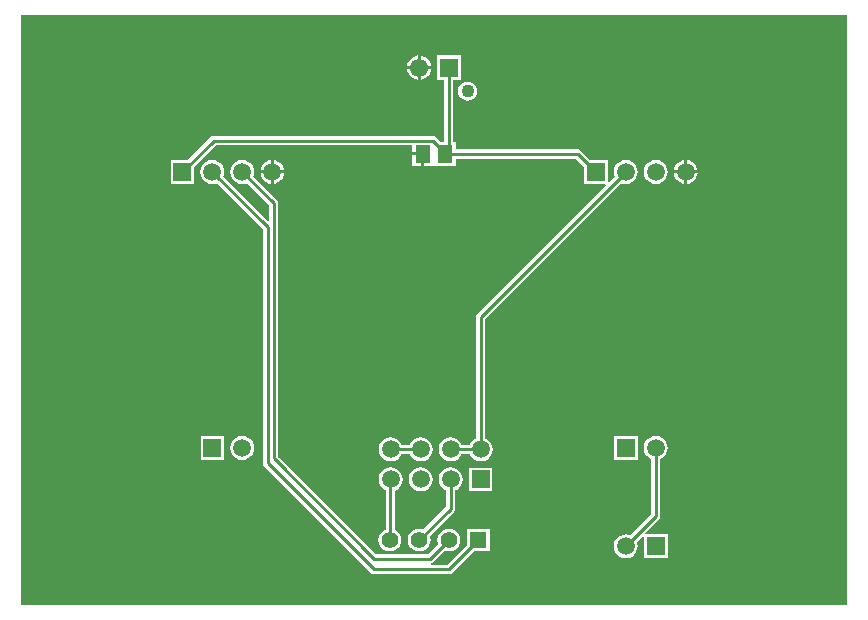
<source format=gtl>
G04*
G04 #@! TF.GenerationSoftware,Altium Limited,Altium Designer,22.0.2 (36)*
G04*
G04 Layer_Physical_Order=1*
G04 Layer_Color=255*
%FSLAX25Y25*%
%MOIN*%
G70*
G04*
G04 #@! TF.SameCoordinates,8FA63C8F-8BB1-4B71-A7B0-7D8B7C950947*
G04*
G04*
G04 #@! TF.FilePolarity,Positive*
G04*
G01*
G75*
%ADD10C,0.01000*%
%ADD12R,0.05118X0.05906*%
%ADD16R,0.05512X0.05512*%
%ADD17C,0.05512*%
%ADD18C,0.04331*%
%ADD19C,0.06102*%
%ADD20R,0.06102X0.06102*%
%ADD21C,0.05906*%
%ADD22R,0.05906X0.05906*%
G36*
X137795Y-98425D02*
X-137795D01*
Y98425D01*
X137795D01*
Y-98425D01*
D02*
G37*
%LPC*%
G36*
X-4421Y84827D02*
Y81307D01*
X-901D01*
X-974Y81865D01*
X-1383Y82850D01*
X-2032Y83696D01*
X-2878Y84346D01*
X-3864Y84754D01*
X-4421Y84827D01*
D02*
G37*
G36*
X-5421D02*
X-5979Y84754D01*
X-6964Y84346D01*
X-7811Y83696D01*
X-8460Y82850D01*
X-8868Y81865D01*
X-8942Y81307D01*
X-5421D01*
Y84827D01*
D02*
G37*
G36*
X-901Y80307D02*
X-4421D01*
Y76787D01*
X-3864Y76860D01*
X-2878Y77268D01*
X-2032Y77918D01*
X-1383Y78764D01*
X-974Y79750D01*
X-901Y80307D01*
D02*
G37*
G36*
X-5421D02*
X-8942D01*
X-8868Y79750D01*
X-8460Y78764D01*
X-7811Y77918D01*
X-6964Y77268D01*
X-5979Y76860D01*
X-5421Y76787D01*
Y80307D01*
D02*
G37*
G36*
X11220Y76126D02*
X10394Y76017D01*
X9624Y75698D01*
X8963Y75191D01*
X8456Y74529D01*
X8137Y73759D01*
X8028Y72933D01*
X8137Y72107D01*
X8456Y71337D01*
X8963Y70675D01*
X9624Y70168D01*
X10394Y69849D01*
X11220Y69740D01*
X12047Y69849D01*
X12817Y70168D01*
X13478Y70675D01*
X13985Y71337D01*
X14304Y72107D01*
X14413Y72933D01*
X14304Y73759D01*
X13985Y74529D01*
X13478Y75191D01*
X12817Y75698D01*
X12047Y76017D01*
X11220Y76126D01*
D02*
G37*
G36*
X8973Y84858D02*
X870D01*
Y76756D01*
X3392D01*
Y55953D01*
X2344D01*
X763Y57534D01*
X266Y57866D01*
X-319Y57982D01*
X-73445D01*
X-74030Y57866D01*
X-74526Y57534D01*
X-82108Y49953D01*
X-87850D01*
Y42047D01*
X-79945D01*
Y47790D01*
X-72811Y54923D01*
X-7299D01*
Y52500D01*
X-3740D01*
Y52000D01*
X-3240D01*
Y48047D01*
X-181D01*
X-181Y48047D01*
X181D01*
Y48047D01*
X319Y48047D01*
X7299D01*
Y50471D01*
X47264D01*
X49945Y47790D01*
Y42047D01*
X57129D01*
X57320Y41585D01*
X14419Y-1316D01*
X14087Y-1812D01*
X13971Y-2398D01*
Y-42855D01*
X13507Y-43047D01*
X12681Y-43681D01*
X12047Y-44507D01*
X11855Y-44971D01*
X9145D01*
X8953Y-44507D01*
X8319Y-43681D01*
X7493Y-43047D01*
X6532Y-42649D01*
X5500Y-42513D01*
X4468Y-42649D01*
X3507Y-43047D01*
X2681Y-43681D01*
X2047Y-44507D01*
X1649Y-45468D01*
X1513Y-46500D01*
X1649Y-47532D01*
X2047Y-48493D01*
X2681Y-49319D01*
X3507Y-49953D01*
X4468Y-50351D01*
X5500Y-50487D01*
X6532Y-50351D01*
X7493Y-49953D01*
X8319Y-49319D01*
X8953Y-48493D01*
X9145Y-48029D01*
X11855D01*
X12047Y-48493D01*
X12681Y-49319D01*
X13507Y-49953D01*
X14468Y-50351D01*
X15500Y-50487D01*
X16532Y-50351D01*
X17493Y-49953D01*
X18319Y-49319D01*
X18953Y-48493D01*
X19351Y-47532D01*
X19487Y-46500D01*
X19351Y-45468D01*
X18953Y-44507D01*
X18319Y-43681D01*
X17493Y-43047D01*
X17029Y-42855D01*
Y-3031D01*
X62402Y42341D01*
X62866Y42149D01*
X63898Y42013D01*
X64929Y42149D01*
X65891Y42547D01*
X66717Y43181D01*
X67350Y44007D01*
X67749Y44968D01*
X67884Y46000D01*
X67749Y47032D01*
X67350Y47993D01*
X66717Y48819D01*
X65891Y49453D01*
X64929Y49851D01*
X63898Y49987D01*
X62866Y49851D01*
X61904Y49453D01*
X61079Y48819D01*
X60445Y47993D01*
X60047Y47032D01*
X59911Y46000D01*
X60047Y44968D01*
X60239Y44504D01*
X58312Y42578D01*
X57850Y42769D01*
Y49953D01*
X52108D01*
X48979Y53081D01*
X48483Y53413D01*
X47898Y53529D01*
X7299D01*
Y55953D01*
X6451D01*
Y76756D01*
X8973D01*
Y84858D01*
D02*
G37*
G36*
X-4240Y51500D02*
X-7299D01*
Y48047D01*
X-4240D01*
Y51500D01*
D02*
G37*
G36*
X84398Y49921D02*
Y46500D01*
X87819D01*
X87749Y47032D01*
X87350Y47993D01*
X86717Y48819D01*
X85891Y49453D01*
X84930Y49851D01*
X84398Y49921D01*
D02*
G37*
G36*
X83398D02*
X82866Y49851D01*
X81904Y49453D01*
X81078Y48819D01*
X80445Y47993D01*
X80047Y47032D01*
X79977Y46500D01*
X83398D01*
Y49921D01*
D02*
G37*
G36*
X-53398D02*
Y46500D01*
X-49977D01*
X-50047Y47032D01*
X-50445Y47993D01*
X-51078Y48819D01*
X-51904Y49453D01*
X-52866Y49851D01*
X-53398Y49921D01*
D02*
G37*
G36*
X-54398D02*
X-54930Y49851D01*
X-55891Y49453D01*
X-56717Y48819D01*
X-57350Y47993D01*
X-57749Y47032D01*
X-57819Y46500D01*
X-54398D01*
Y49921D01*
D02*
G37*
G36*
X87819Y45500D02*
X84398D01*
Y42079D01*
X84930Y42149D01*
X85891Y42547D01*
X86717Y43181D01*
X87350Y44007D01*
X87749Y44968D01*
X87819Y45500D01*
D02*
G37*
G36*
X83398D02*
X79977D01*
X80047Y44968D01*
X80445Y44007D01*
X81078Y43181D01*
X81904Y42547D01*
X82866Y42149D01*
X83398Y42079D01*
Y45500D01*
D02*
G37*
G36*
X-49977D02*
X-53398D01*
Y42079D01*
X-52866Y42149D01*
X-51904Y42547D01*
X-51078Y43181D01*
X-50445Y44007D01*
X-50047Y44968D01*
X-49977Y45500D01*
D02*
G37*
G36*
X-54398D02*
X-57819D01*
X-57749Y44968D01*
X-57350Y44007D01*
X-56717Y43181D01*
X-55891Y42547D01*
X-54930Y42149D01*
X-54398Y42079D01*
Y45500D01*
D02*
G37*
G36*
X73898Y49987D02*
X72866Y49851D01*
X71904Y49453D01*
X71078Y48819D01*
X70445Y47993D01*
X70047Y47032D01*
X69911Y46000D01*
X70047Y44968D01*
X70445Y44007D01*
X71078Y43181D01*
X71904Y42547D01*
X72866Y42149D01*
X73898Y42013D01*
X74929Y42149D01*
X75891Y42547D01*
X76717Y43181D01*
X77350Y44007D01*
X77749Y44968D01*
X77885Y46000D01*
X77749Y47032D01*
X77350Y47993D01*
X76717Y48819D01*
X75891Y49453D01*
X74929Y49851D01*
X73898Y49987D01*
D02*
G37*
G36*
X-63898D02*
X-64929Y49851D01*
X-65891Y49453D01*
X-66717Y48819D01*
X-67350Y47993D01*
X-67749Y47032D01*
X-67884Y46000D01*
X-67749Y44968D01*
X-67350Y44007D01*
X-66717Y43181D01*
X-65891Y42547D01*
X-64929Y42149D01*
X-63898Y42013D01*
X-62866Y42149D01*
X-62402Y42341D01*
X-55029Y34969D01*
Y29948D01*
X-55491Y29757D01*
X-70239Y44504D01*
X-70047Y44968D01*
X-69911Y46000D01*
X-70047Y47032D01*
X-70445Y47993D01*
X-71078Y48819D01*
X-71904Y49453D01*
X-72866Y49851D01*
X-73898Y49987D01*
X-74929Y49851D01*
X-75891Y49453D01*
X-76717Y48819D01*
X-77350Y47993D01*
X-77749Y47032D01*
X-77885Y46000D01*
X-77749Y44968D01*
X-77350Y44007D01*
X-76717Y43181D01*
X-75891Y42547D01*
X-74929Y42149D01*
X-73898Y42013D01*
X-72866Y42149D01*
X-72402Y42341D01*
X-57029Y26969D01*
Y-51000D01*
X-56913Y-51585D01*
X-56581Y-52081D01*
X-21081Y-87581D01*
X-20585Y-87913D01*
X-20000Y-88029D01*
X4937D01*
X5522Y-87913D01*
X6019Y-87581D01*
X13171Y-80429D01*
X18520D01*
Y-72917D01*
X11008D01*
Y-78266D01*
X4304Y-84971D01*
X-1061D01*
X-1110Y-84471D01*
X-820Y-84413D01*
X-324Y-84081D01*
X3576Y-80181D01*
X3941Y-80332D01*
X4921Y-80462D01*
X5902Y-80332D01*
X6815Y-79954D01*
X7600Y-79352D01*
X8202Y-78567D01*
X8580Y-77654D01*
X8710Y-76673D01*
X8580Y-75693D01*
X8202Y-74779D01*
X7600Y-73994D01*
X6815Y-73392D01*
X5902Y-73014D01*
X4921Y-72885D01*
X3941Y-73014D01*
X3027Y-73392D01*
X2242Y-73994D01*
X1640Y-74779D01*
X1262Y-75693D01*
X1133Y-76673D01*
X1262Y-77654D01*
X1413Y-78018D01*
X-2039Y-81471D01*
X-19366D01*
X-51971Y-48867D01*
Y35602D01*
X-52087Y36188D01*
X-52419Y36684D01*
X-60239Y44504D01*
X-60047Y44968D01*
X-59911Y46000D01*
X-60047Y47032D01*
X-60445Y47993D01*
X-61079Y48819D01*
X-61904Y49453D01*
X-62866Y49851D01*
X-63898Y49987D01*
D02*
G37*
G36*
X-4500Y-42513D02*
X-5532Y-42649D01*
X-6493Y-43047D01*
X-7319Y-43681D01*
X-7953Y-44507D01*
X-8145Y-44971D01*
X-10855D01*
X-11047Y-44507D01*
X-11681Y-43681D01*
X-12507Y-43047D01*
X-13468Y-42649D01*
X-14500Y-42513D01*
X-15532Y-42649D01*
X-16493Y-43047D01*
X-17319Y-43681D01*
X-17953Y-44507D01*
X-18351Y-45468D01*
X-18487Y-46500D01*
X-18351Y-47532D01*
X-17953Y-48493D01*
X-17319Y-49319D01*
X-16493Y-49953D01*
X-15532Y-50351D01*
X-14500Y-50487D01*
X-13468Y-50351D01*
X-12507Y-49953D01*
X-11681Y-49319D01*
X-11047Y-48493D01*
X-10855Y-48029D01*
X-8145D01*
X-7953Y-48493D01*
X-7319Y-49319D01*
X-6493Y-49953D01*
X-5532Y-50351D01*
X-4500Y-50487D01*
X-3468Y-50351D01*
X-2507Y-49953D01*
X-1681Y-49319D01*
X-1047Y-48493D01*
X-649Y-47532D01*
X-513Y-46500D01*
X-649Y-45468D01*
X-1047Y-44507D01*
X-1681Y-43681D01*
X-2507Y-43047D01*
X-3468Y-42649D01*
X-4500Y-42513D01*
D02*
G37*
G36*
X67850Y-42047D02*
X59945D01*
Y-49953D01*
X67850D01*
Y-42047D01*
D02*
G37*
G36*
X-69945D02*
X-77850D01*
Y-49953D01*
X-69945D01*
Y-42047D01*
D02*
G37*
G36*
X-63898Y-42013D02*
X-64929Y-42149D01*
X-65891Y-42547D01*
X-66717Y-43181D01*
X-67350Y-44007D01*
X-67749Y-44968D01*
X-67884Y-46000D01*
X-67749Y-47032D01*
X-67350Y-47993D01*
X-66717Y-48819D01*
X-65891Y-49453D01*
X-64929Y-49851D01*
X-63898Y-49987D01*
X-62866Y-49851D01*
X-61904Y-49453D01*
X-61079Y-48819D01*
X-60445Y-47993D01*
X-60047Y-47032D01*
X-59911Y-46000D01*
X-60047Y-44968D01*
X-60445Y-44007D01*
X-61079Y-43181D01*
X-61904Y-42547D01*
X-62866Y-42149D01*
X-63898Y-42013D01*
D02*
G37*
G36*
X19453Y-52547D02*
X11547D01*
Y-60453D01*
X19453D01*
Y-52547D01*
D02*
G37*
G36*
X-4500Y-52513D02*
X-5532Y-52649D01*
X-6493Y-53047D01*
X-7319Y-53681D01*
X-7953Y-54507D01*
X-8351Y-55468D01*
X-8487Y-56500D01*
X-8351Y-57532D01*
X-7953Y-58493D01*
X-7319Y-59319D01*
X-6493Y-59953D01*
X-5532Y-60351D01*
X-4500Y-60487D01*
X-3468Y-60351D01*
X-2507Y-59953D01*
X-1681Y-59319D01*
X-1047Y-58493D01*
X-649Y-57532D01*
X-513Y-56500D01*
X-649Y-55468D01*
X-1047Y-54507D01*
X-1681Y-53681D01*
X-2507Y-53047D01*
X-3468Y-52649D01*
X-4500Y-52513D01*
D02*
G37*
G36*
X5500Y-52513D02*
X4468Y-52649D01*
X3507Y-53047D01*
X2681Y-53681D01*
X2047Y-54507D01*
X1649Y-55468D01*
X1513Y-56500D01*
X1649Y-57532D01*
X2047Y-58493D01*
X2681Y-59319D01*
X3507Y-59953D01*
X3971Y-60145D01*
Y-65618D01*
X-3576Y-73165D01*
X-3941Y-73014D01*
X-4921Y-72885D01*
X-5902Y-73014D01*
X-6815Y-73392D01*
X-7600Y-73994D01*
X-8202Y-74779D01*
X-8580Y-75693D01*
X-8710Y-76673D01*
X-8580Y-77654D01*
X-8202Y-78567D01*
X-7600Y-79352D01*
X-6815Y-79954D01*
X-5902Y-80332D01*
X-4921Y-80462D01*
X-3941Y-80332D01*
X-3027Y-79954D01*
X-2242Y-79352D01*
X-1640Y-78567D01*
X-1262Y-77654D01*
X-1133Y-76673D01*
X-1262Y-75693D01*
X-1413Y-75328D01*
X6581Y-67333D01*
X6913Y-66837D01*
X7029Y-66252D01*
Y-60145D01*
X7493Y-59953D01*
X8319Y-59319D01*
X8953Y-58493D01*
X9351Y-57532D01*
X9487Y-56500D01*
X9351Y-55468D01*
X8953Y-54507D01*
X8319Y-53681D01*
X7493Y-53047D01*
X6532Y-52649D01*
X5500Y-52513D01*
D02*
G37*
G36*
X73898Y-42013D02*
X72866Y-42149D01*
X71904Y-42547D01*
X71078Y-43181D01*
X70445Y-44007D01*
X70047Y-44968D01*
X69911Y-46000D01*
X70047Y-47032D01*
X70445Y-47993D01*
X71078Y-48819D01*
X71904Y-49453D01*
X72368Y-49645D01*
Y-68107D01*
X65394Y-75081D01*
X64929Y-74889D01*
X63898Y-74753D01*
X62866Y-74889D01*
X61904Y-75287D01*
X61079Y-75921D01*
X60445Y-76747D01*
X60047Y-77708D01*
X59911Y-78740D01*
X60047Y-79772D01*
X60445Y-80734D01*
X61079Y-81559D01*
X61904Y-82193D01*
X62866Y-82591D01*
X63898Y-82727D01*
X64929Y-82591D01*
X65891Y-82193D01*
X66717Y-81559D01*
X67350Y-80734D01*
X67749Y-79772D01*
X67884Y-78740D01*
X67749Y-77708D01*
X67556Y-77244D01*
X69483Y-75318D01*
X69945Y-75509D01*
Y-82693D01*
X77850D01*
Y-74787D01*
X70667D01*
X70475Y-74326D01*
X74979Y-69822D01*
X75311Y-69326D01*
X75427Y-68740D01*
Y-49645D01*
X75891Y-49453D01*
X76717Y-48819D01*
X77350Y-47993D01*
X77749Y-47032D01*
X77885Y-46000D01*
X77749Y-44968D01*
X77350Y-44007D01*
X76717Y-43181D01*
X75891Y-42547D01*
X74929Y-42149D01*
X73898Y-42013D01*
D02*
G37*
G36*
X-14500Y-52513D02*
X-15532Y-52649D01*
X-16493Y-53047D01*
X-17319Y-53681D01*
X-17953Y-54507D01*
X-18351Y-55468D01*
X-18487Y-56500D01*
X-18351Y-57532D01*
X-17953Y-58493D01*
X-17319Y-59319D01*
X-16493Y-59953D01*
X-16161Y-60090D01*
Y-73187D01*
X-16658Y-73392D01*
X-17443Y-73994D01*
X-18045Y-74779D01*
X-18423Y-75693D01*
X-18552Y-76673D01*
X-18423Y-77654D01*
X-18045Y-78567D01*
X-17443Y-79352D01*
X-16658Y-79954D01*
X-15744Y-80332D01*
X-14764Y-80462D01*
X-13783Y-80332D01*
X-12870Y-79954D01*
X-12085Y-79352D01*
X-11483Y-78567D01*
X-11105Y-77654D01*
X-10976Y-76673D01*
X-11105Y-75693D01*
X-11483Y-74779D01*
X-12085Y-73994D01*
X-12870Y-73392D01*
X-13103Y-73296D01*
Y-60200D01*
X-12507Y-59953D01*
X-11681Y-59319D01*
X-11047Y-58493D01*
X-10649Y-57532D01*
X-10513Y-56500D01*
X-10649Y-55468D01*
X-11047Y-54507D01*
X-11681Y-53681D01*
X-12507Y-53047D01*
X-13468Y-52649D01*
X-14500Y-52513D01*
D02*
G37*
%LPD*%
D10*
X63898Y-78740D02*
X73898Y-68740D01*
Y-46000D01*
X15500Y-46500D02*
Y-2398D01*
X63898Y46000D01*
X3740Y52000D02*
X47898D01*
X53898Y46000D01*
X-83898D02*
X-73445Y56453D01*
X-319D01*
X3740Y52394D01*
Y52000D02*
Y52394D01*
X-63898Y46000D02*
X-53500Y35602D01*
Y-49500D02*
Y35602D01*
Y-49500D02*
X-20000Y-83000D01*
X-1405D01*
X4921Y-76673D01*
X4937Y-86500D02*
X14764Y-76673D01*
X-55500Y-51000D02*
X-20000Y-86500D01*
X4937D01*
X-55500Y-51000D02*
Y27602D01*
X-14632Y-76541D02*
Y-56632D01*
X-14764Y-76673D02*
X-14632Y-76541D01*
Y-56632D02*
X-14500Y-56500D01*
X5500Y-66252D02*
Y-56500D01*
X-4921Y-76673D02*
X5500Y-66252D01*
X-73898Y46000D02*
X-55500Y27602D01*
X5500Y-46500D02*
X15500D01*
X15500Y-46500D01*
X-14500D02*
X-4500D01*
X3740Y52000D02*
X4921Y53181D01*
Y80807D01*
D12*
X3740Y52000D02*
D03*
X-3740D02*
D03*
D16*
X14764Y-76673D02*
D03*
D17*
X4921D02*
D03*
X-4921D02*
D03*
X-14764D02*
D03*
D18*
X11220Y72933D02*
D03*
D19*
X-4921Y80807D02*
D03*
D20*
X4921D02*
D03*
D21*
X83898Y46000D02*
D03*
X73898D02*
D03*
X63898D02*
D03*
X-53898D02*
D03*
X-63898D02*
D03*
X-73898D02*
D03*
X-14500Y-46500D02*
D03*
X-14500Y-56500D02*
D03*
X-4500Y-46500D02*
D03*
Y-56500D02*
D03*
X5500Y-46500D02*
D03*
Y-56500D02*
D03*
X15500Y-46500D02*
D03*
X63898Y-78740D02*
D03*
X73898Y-46000D02*
D03*
X-63898D02*
D03*
D22*
X53898Y46000D02*
D03*
X-83898D02*
D03*
X15500Y-56500D02*
D03*
X73898Y-78740D02*
D03*
X63898Y-46000D02*
D03*
X-73898D02*
D03*
M02*

</source>
